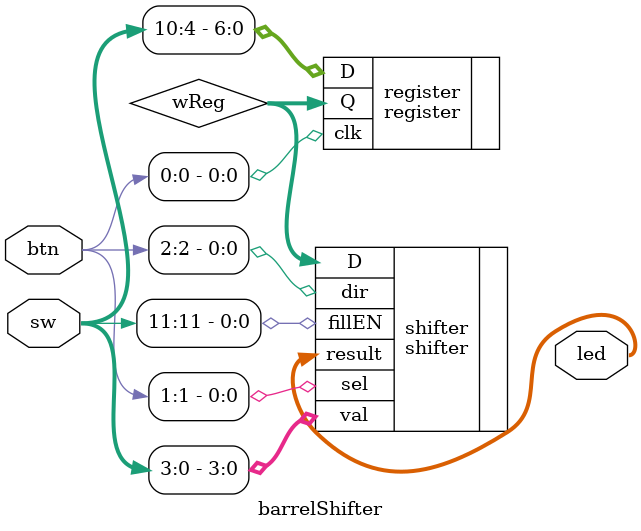
<source format=v>
`timescale 1ns / 1ps
module barrelShifter(
    input [11:0] sw,
    input [3:0] btn,
    output [7:0] led
);

wire [7:0] wReg;

register register(.D(sw[10:4]), .clk(btn[0]), .Q(wReg));
shifter shifter(.D(wReg), .val(sw[3:0]), .sel(btn[1]), .dir(btn[2]), .fillEN(sw[11]), .result(led));

endmodule

</source>
